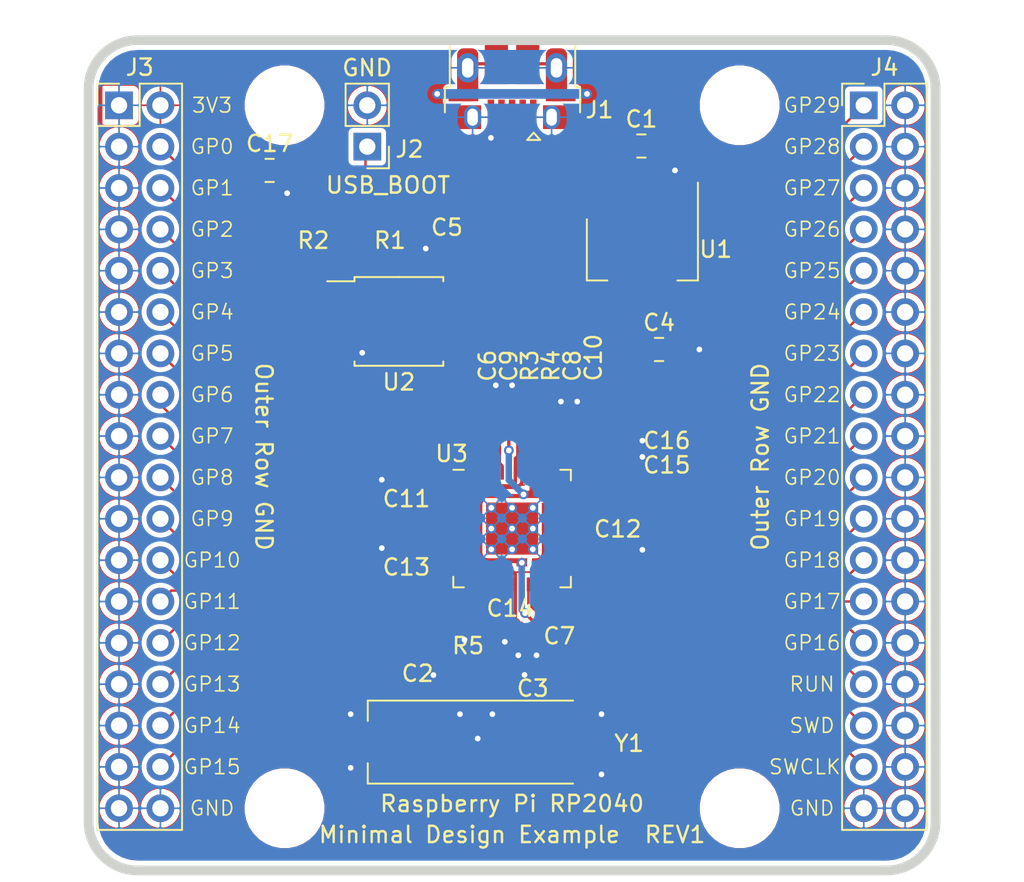
<source format=kicad_pcb>
(kicad_pcb (version 20221018) (generator pcbnew)
  (title_block (title "RP2040 Minimal Design Example") (date "2020-07-13") (rev "REV1") (company "Raspberry Pi (Trading) Ltd"))
  (layers (0 "F.Cu" signal) (31 "B.Cu" signal) (34 "B.Paste" user) (35 "F.Paste" user) (36 "B.SilkS" user "B.Silkscreen") (37 "F.SilkS" user "F.Silkscreen") (38 "B.Mask" user) (39 "F.Mask" user) (44 "Edge.Cuts" user))
  (net 0 "")
  (net 1 "GND")
  (net 2 "VBUS")
  (net 3 "/XIN")
  (net 4 "/XOUT")
  (net 5 "+3V3")
  (net 6 "+1V1")
  (net 7 "Net-(J1-Pad4)")
  (net 8 "/~{USB_BOOT}")
  (net 9 "/GPIO15")
  (net 10 "/GPIO14")
  (net 11 "/GPIO13")
  (net 12 "/GPIO12")
  (net 13 "/GPIO11")
  (net 14 "/GPIO10")
  (net 15 "/GPIO9")
  (net 16 "/GPIO8")
  (net 17 "/GPIO7")
  (net 18 "/GPIO6")
  (net 19 "/GPIO5")
  (net 20 "/GPIO4")
  (net 21 "/GPIO3")
  (net 22 "/GPIO2")
  (net 23 "/GPIO1")
  (net 24 "/GPIO0")
  (net 25 "/GPIO29_ADC3")
  (net 26 "/GPIO28_ADC2")
  (net 27 "/GPIO27_ADC1")
  (net 28 "/GPIO26_ADC0")
  (net 29 "/GPIO25")
  (net 30 "/GPIO24")
  (net 31 "/GPIO23")
  (net 32 "/GPIO22")
  (net 33 "/GPIO21")
  (net 34 "/GPIO20")
  (net 35 "/GPIO19")
  (net 36 "/GPIO18")
  (net 37 "/GPIO17")
  (net 38 "/GPIO16")
  (net 39 "/RUN")
  (net 40 "/SWD")
  (net 41 "/SWCLK")
  (net 42 "/QSPI_SS")
  (net 43 "Net-(R3-Pad2)")
  (net 44 "Net-(R4-Pad2)")
  (net 45 "/QSPI_SD3")
  (net 46 "/QSPI_SCLK")
  (net 47 "/QSPI_SD0")
  (net 48 "/QSPI_SD2")
  (net 49 "/QSPI_SD1")
  (net 50 "/USB_D+")
  (net 51 "/USB_D-")
  (net 52 "Net-(C3-Pad1)")
  (footprint "Capacitor_SMD:C_0805_2012Metric" (layer "F.Cu") (at 109.025 89)
    (fp_text reference "C4")
    (fp_text value "10u")
  )
  (footprint "RP2040_minimal:USB_Micro-B_Amphenol_10103594-0001LF_Horizontal_modified" (layer "F.Cu") (at 100 71.7 180)
    (fp_text reference "J1")
    (fp_text value "USB_B_Micro")
  )
  (footprint "Connector_PinHeader_2.54mm:PinHeader_1x02_P2.54mm_Vertical" (layer "F.Cu") (at 91.11 76.54 180)
    (fp_text reference "J2")
    (fp_text value "Conn_01x02")
  )
  (footprint "Connector_PinHeader_2.54mm:PinHeader_2x18_P2.54mm_Vertical" (layer "F.Cu") (at 75.87 74)
    (fp_text reference "J3")
    (fp_text value "Conn_02x18_Odd_Even")
  )
  (footprint "Capacitor_SMD:C_0402_1005Metric" (layer "F.Cu") (at 104 93.515 90)
    (fp_text reference "C10")
    (fp_text value "1u")
  )
  (footprint "Capacitor_SMD:C_0402_1005Metric" (layer "F.Cu") (at 103 93.515 90)
    (fp_text reference "C8")
    (fp_text value "1u")
  )
  (footprint "Capacitor_SMD:C_0402_1005Metric" (layer "F.Cu") (at 93.515 101.2 180)
    (fp_text reference "C13")
    (fp_text value "100n")
  )
  (footprint "Capacitor_SMD:C_0402_1005Metric" (layer "F.Cu") (at 96.185 82.83 180)
    (fp_text reference "C5")
    (fp_text value "100n")
  )
  (footprint "Capacitor_SMD:C_0402_1005Metric" (layer "F.Cu") (at 89.5 82.315 -90)
    (fp_text reference "R2")
    (fp_text value "DNF")
  )
  (footprint "Connector_PinHeader_2.54mm:PinHeader_2x18_P2.54mm_Vertical" (layer "F.Cu") (at 121.59 74)
    (fp_text reference "J4")
    (fp_text value "Conn_02x18_Odd_Even")
  )
  (footprint "Package_TO_SOT_SMD:SOT-223-3_TabPin2" (layer "F.Cu") (at 108 82.85 -90)
    (fp_text reference "U1")
    (fp_text value "NCP1117-3.3_SOT223")
  )
  (footprint "Package_SO:SOIC-8_5.23x5.23mm_P1.27mm" (layer "F.Cu") (at 93.05 87.275)
    (fp_text reference "U2")
    (fp_text value "W25Q128JVS")
  )
  (footprint "Capacitor_SMD:C_0402_1005Metric" (layer "F.Cu") (at 99.485 109)
    (fp_text reference "C3")
    (fp_text value "27p")
  )
  (footprint "Capacitor_SMD:C_0402_1005Metric" (layer "F.Cu") (at 91 82.315 90)
    (fp_text reference "R1")
    (fp_text value "1k")
  )
  (footprint "Capacitor_SMD:C_0402_1005Metric" (layer "F.Cu") (at 100 92.515 90)
    (fp_text reference "C9")
    (fp_text value "100n")
  )
  (footprint "Capacitor_SMD:C_0402_1005Metric" (layer "F.Cu") (at 106.485 101.2)
    (fp_text reference "C12")
    (fp_text value "100n")
  )
  (footprint "Capacitor_SMD:C_0402_1005Metric" (layer "F.Cu") (at 100.381 106.485 -90)
    (fp_text reference "C14")
    (fp_text value "100n")
  )
  (footprint "Capacitor_SMD:C_0402_1005Metric" (layer "F.Cu") (at 101 93.515 -90)
    (fp_text reference "R3")
    (fp_text value "27")
  )
  (footprint "Capacitor_SMD:C_0402_1005Metric" (layer "F.Cu") (at 101.5 106.485 -90)
    (fp_text reference "C7")
    (fp_text value "100n")
  )
  (footprint "Capacitor_SMD:C_0805_2012Metric" (layer "F.Cu") (at 107.9375 76.5)
    (fp_text reference "C1")
    (fp_text value "10u")
  )
  (footprint "Capacitor_SMD:C_0402_1005Metric" (layer "F.Cu") (at 93.515 97 180)
    (fp_text reference "C11")
    (fp_text value "100n")
  )
  (footprint "Capacitor_SMD:C_0402_1005Metric" (layer "F.Cu") (at 106.485 94.6)
    (fp_text reference "C16")
    (fp_text value "100n")
  )
  (footprint "RP2040_minimal:RP2040-QFN-56" (layer "F.Cu") (at 100 100)
    (fp_text reference "U3")
    (fp_text value "RP2040")
  )
  (footprint "Capacitor_SMD:C_0402_1005Metric" (layer "F.Cu") (at 96.515 109 180)
    (fp_text reference "C2")
    (fp_text value "27p")
  )
  (footprint "MountingHole:MountingHole_2.7mm_M2.5" (layer "F.Cu") (at 113.97 74)
    (fp_text reference "H2" hide)
    (fp_text value "MountingHole")
  )
  (footprint "Capacitor_SMD:C_0402_1005Metric" (layer "F.Cu") (at 102 93.515 -90)
    (fp_text reference "R4")
    (fp_text value "27")
  )
  (footprint "MountingHole:MountingHole_2.7mm_M2.5" (layer "F.Cu") (at 113.97 117.18)
    (fp_text reference "H3" hide)
    (fp_text value "MountingHole")
  )
  (footprint "Capacitor_SMD:C_0402_1005Metric" (layer "F.Cu") (at 99 92.515 90)
    (fp_text reference "C6")
    (fp_text value "100n")
  )
  (footprint "Capacitor_SMD:C_0402_1005Metric" (layer "F.Cu") (at 106.485 96)
    (fp_text reference "C15")
    (fp_text value "100n")
  )
  (footprint "Capacitor_SMD:C_0402_1005Metric" (layer "F.Cu") (at 98.7 107.115 -90)
    (fp_text reference "R5")
    (fp_text value "1k")
  )
  (footprint "MountingHole:MountingHole_2.7mm_M2.5" (layer "F.Cu") (at 86.03 74)
    (fp_text reference "H1" hide)
    (fp_text value "MountingHole")
  )
  (footprint "MountingHole:MountingHole_2.7mm_M2.5" (layer "F.Cu") (at 86.03 117.18)
    (fp_text reference "H4" hide)
    (fp_text value "MountingHole")
  )
  (footprint "RP2040_minimal:Crystal_SMD_HC49-US" (layer "F.Cu") (at 97.841 113.116)
    (fp_text reference "Y1")
    (fp_text value "ABLS-12.000MHZ-B4-T")
  )
  (footprint "Capacitor_SMD:C_0805_2012Metric" (layer "F.Cu") (at 85.115 78)
    (fp_text reference "C17")
    (fp_text value "10u")
  )
  (gr_line (start 123 121) (end 77 121) (stroke (width 0.6)) (layer "Edge.Cuts"))
  (gr_line (start 126 73) (end 126 118) (stroke (width 0.6)) (layer "Edge.Cuts"))
  (gr_line (start 77 70) (end 123 70) (stroke (width 0.6)) (layer "Edge.Cuts"))
  (gr_line (start 74 118) (end 74 73) (stroke (width 0.6)) (layer "Edge.Cuts"))
  (gr_arc (start 123 70) (mid 125.12132 70.87868) (end 126 73) (stroke (width 0.6)) (layer "Edge.Cuts"))
  (gr_arc (start 77 121) (mid 74.87868 120.12132) (end 74 118) (stroke (width 0.6)) (layer "Edge.Cuts"))
  (gr_arc (start 74 73) (mid 74.87868 70.87868) (end 77 70) (stroke (width 0.6)) (layer "Edge.Cuts"))
  (gr_arc (start 126 118) (mid 125.12132 120.12132) (end 123 121) (stroke (width 0.6)) (layer "Edge.Cuts"))
  (gr_text "GP1" (at 81.585 79.08) (layer "F.SilkS") (effects (font (size 0.9 0.9) (thickness 0.1))))
  (gr_text "GP2" (at 81.585 81.62) (layer "F.SilkS") (effects (font (size 0.9 0.9) (thickness 0.1))))
  (gr_text "GP3" (at 81.585 84.16) (layer "F.SilkS") (effects (font (size 0.9 0.9) (thickness 0.1))))
  (gr_text "GP4" (at 81.585 86.7) (layer "F.SilkS") (effects (font (size 0.9 0.9) (thickness 0.1))))
  (gr_text "GP5" (at 81.585 89.24) (layer "F.SilkS") (effects (font (size 0.9 0.9) (thickness 0.1))))
  (gr_text "GP6" (at 81.585 91.78) (layer "F.SilkS") (effects (font (size 0.9 0.9) (thickness 0.1))))
  (gr_text "GP7" (at 81.585 94.32) (layer "F.SilkS") (effects (font (size 0.9 0.9) (thickness 0.1))))
  (gr_text "GP8" (at 81.585 96.86) (layer "F.SilkS") (effects (font (size 0.9 0.9) (thickness 0.1))))
  (gr_text "GP9" (at 81.585 99.4) (layer "F.SilkS") (effects (font (size 0.9 0.9) (thickness 0.1))))
  (gr_text "GP11" (at 81.585 104.48) (layer "F.SilkS") (effects (font (size 0.9 0.9) (thickness 0.1))))
  (gr_text "GP10" (at 81.585 101.94) (layer "F.SilkS") (effects (font (size 0.9 0.9) (thickness 0.1))))
  (gr_text "GP12" (at 81.585 107.02) (layer "F.SilkS") (effects (font (size 0.9 0.9) (thickness 0.1))))
  (gr_text "GP13" (at 81.585 109.56) (layer "F.SilkS") (effects (font (size 0.9 0.9) (thickness 0.1))))
  (gr_text "GP15" (at 81.585 114.64) (layer "F.SilkS") (effects (font (size 0.9 0.9) (thickness 0.1))))
  (gr_text "GP14" (at 81.585 112.1) (layer "F.SilkS") (effects (font (size 0.9 0.9) (thickness 0.1))))
  (gr_text "GP28" (at 118.415 76.54) (layer "F.SilkS") (effects (font (size 0.9 0.9) (thickness 0.1))))
  (gr_text "GP27" (at 118.415 79.08) (layer "F.SilkS") (effects (font (size 0.9 0.9) (thickness 0.1))))
  (gr_text "GP26" (at 118.415 81.62) (layer "F.SilkS") (effects (font (size 0.9 0.9) (thickness 0.1))))
  (gr_text "GP25" (at 118.415 84.16) (layer "F.SilkS") (effects (font (size 0.9 0.9) (thickness 0.1))))
  (gr_text "GP24" (at 118.415 86.7) (layer "F.SilkS") (effects (font (size 0.9 0.9) (thickness 0.1))))
  (gr_text "GP23" (at 118.415 89.24) (layer "F.SilkS") (effects (font (size 0.9 0.9) (thickness 0.1))))
  (gr_text "GP21" (at 118.415 94.32) (layer "F.SilkS") (effects (font (size 0.9 0.9) (thickness 0.1))))
  (gr_text "GP20" (at 118.415 96.86) (layer "F.SilkS") (effects (font (size 0.9 0.9) (thickness 0.1))))
  (gr_text "GP19" (at 118.415 99.4) (layer "F.SilkS") (effects (font (size 0.9 0.9) (thickness 0.1))))
  (gr_text "GP17" (at 118.415 104.48) (layer "F.SilkS") (effects (font (size 0.9 0.9) (thickness 0.1))))
  (gr_text "GP22" (at 118.415 91.78) (layer "F.SilkS") (effects (font (size 0.9 0.9) (thickness 0.1))))
  (gr_text "GP18" (at 118.415 101.94) (layer "F.SilkS") (effects (font (size 0.9 0.9) (thickness 0.1))))
  (gr_text "SWCLK" (at 117.9705 114.64) (layer "F.SilkS") (effects (font (size 0.9 0.9) (thickness 0.1))))
  (gr_text "SWD" (at 118.415 112.1) (layer "F.SilkS") (effects (font (size 0.9 0.9) (thickness 0.1))))
  (gr_text "GP16" (at 118.415 107.02) (layer "F.SilkS") (effects (font (size 0.9 0.9) (thickness 0.1))))
  (gr_text "RUN" (at 118.415 109.56) (layer "F.SilkS") (effects (font (size 0.9 0.9) (thickness 0.1))))
  (gr_text "GND" (at 81.585 117.18) (layer "F.SilkS") (effects (font (size 0.9 0.9) (thickness 0.1))))
  (gr_text "GND" (at 118.415 117.18) (layer "F.SilkS") (effects (font (size 0.9 0.9) (thickness 0.1))))
  (gr_text "GP29" (at 118.415 74) (layer "F.SilkS") (effects (font (size 0.9 0.9) (thickness 0.1))))
  (gr_text "Outer Row GND" (at 84.76 95.59 270) (layer "F.SilkS") (effects (font (size 1 1))))
  (gr_text "Outer Row GND" (at 115.24 95.59 90) (layer "F.SilkS") (effects (font (size 1 1))))
  (gr_text "Raspberry Pi RP2040" (at 100 116.9) (layer "F.SilkS") (effects (font (size 1 1))))
  (gr_text "Minimal Design Example  REV1" (at 100 118.8) (layer "F.SilkS") (effects (font (size 1 1))))
  (gr_text "\nUSB_BOOT" (at 92.38 78.1) (layer "F.SilkS") (effects (font (size 1 1))))
  (gr_text "GP0" (at 81.585 76.54) (layer "F.SilkS") (effects (font (size 0.9 0.9) (thickness 0.1))))
  (gr_text "3V3" (at 81.585 74) (layer "F.SilkS") (effects (font (size 0.9 0.9) (thickness 0.1))))
  (gr_text "GND" (at 91.1 71.7) (layer "F.SilkS") (effects (font (size 1 1))))
  (segment (start 93.03 101.2) (end 92 101.2) (width 0.2) (layer "F.Cu") (net 1))
  (segment (start 97.079 106.5755) (end 97.079 106.8295) (width 0.15) (layer "F.Cu") (net 1))
  (segment (start 108.875 76.5) (end 108.875 76.875) (width 0.2) (layer "F.Cu") (net 1))
  (segment (start 110.3 79.7) (end 110.3 78.3) (width 0.2) (layer "F.Cu") (net 1))
  (segment (start 90.78 89.18) (end 90.8 89.2) (width 0.2) (layer "F.Cu") (net 1))
  (segment (start 108.875 76.875) (end 110 78) (width 0.2) (layer "F.Cu") (net 1))
  (segment (start 95.375 82.8) (end 94.7 82.8) (width 0.2) (layer "F.Cu") (net 1))
  (segment (start 95.7 82.83) (end 95.405 82.83) (width 0.2) (layer "F.Cu") (net 1))
  (segment (start 100.381 107.781984) (end 100.380994 107.78199) (width 0.2) (layer "F.Cu") (net 1))
  (segment (start 100 92.03) (end 100 91.2) (width 0.2) (layer "F.Cu") (net 1))
  (segment (start 99 104.6545) (end 97.079 106.5755) (width 0.15) (layer "F.Cu") (net 1))
  (segment (start 95.405 82.83) (end 95.375 82.8) (width 0.2) (layer "F.Cu") (net 1))
  (segment (start 99.97 108.68) (end 99.5555 108.2655) (width 0.15) (layer "F.Cu") (net 1))
  (segment (start 100.381 106.97) (end 100.381 107.781984) (width 0.2) (layer "F.Cu") (net 1))
  (segment (start 98.7 74.6) (end 98.7 76) (width 0.2) (layer "F.Cu") (net 1))
  (segment (start 99.04 71.45) (end 97.54 71.45) (width 0.2) (layer "F.Cu") (net 1))
  (segment (start 96.03 109) (end 95.174 109) (width 0.2) (layer "F.Cu") (net 1))
  (segment (start 89.45 89.18) (end 90.78 89.18) (width 0.2) (layer "F.Cu") (net 1))
  (segment (start 86.14 78.95) (end 86.19 79) (width 0.15) (layer "F.Cu") (net 1))
  (segment (start 106.97 94.6) (end 108 94.6) (width 0.2) (layer "F.Cu") (net 1))
  (segment (start 100.96 71.45) (end 102.46 71.45) (width 0.2) (layer "F.Cu") (net 1))
  (segment (start 104 93.03) (end 104 92.2) (width 0.2) (layer "F.Cu") (net 1))
  (segment (start 100.7505 109) (end 100.762 108.9885) (width 0.15) (layer "F.Cu") (net 1))
  (segment (start 99 92.03) (end 99 91.200008) (width 0.2) (layer "F.Cu") (net 1))
  (segment (start 93.03 97) (end 92 97) (width 0.2) (layer "F.Cu") (net 1))
  (segment (start 107.6 96) (end 108 95.6) (width 0.15) (layer "F.Cu") (net 1))
  (segment (start 99.97 109) (end 99.97 108.68) (width 0.15) (layer "F.Cu") (net 1))
  (segment (start 96.8 111.65) (end 96.8 110.599974) (width 0.2) (layer "F.Cu") (net 1))
  (segment (start 86.19 79) (end 86.19 79.1) (width 0.15) (layer "F.Cu") (net 1))
  (segment (start 103 93.03) (end 103 92.2) (width 0.2) (layer "F.Cu") (net 1))
  (segment (start 99 103.4375) (end 99 104.6545) (width 0.15) (layer "F.Cu") (net 1))
  (segment (start 97.54 71.45) (end 97.27 71.72) (width 0.2) (layer "F.Cu") (net 1))
  (segment (start 99.5555 108.2655) (end 99.5555 108.0995) (width 0.15) (layer "F.Cu") (net 1))
  (segment (start 106.97 101.2) (end 107.075 101.305) (width 0.2) (layer "F.Cu") (net 1))
  (segment (start 106.97 96) (end 107.6 96) (width 0.15) (layer "F.Cu") (net 1))
  (segment (start 110.05 89) (end 111.5 89) (width 0.2) (layer "F.Cu") (net 1))
  (segment (start 107.075 101.305) (end 108 101.305) (width 0.2) (layer "F.Cu") (net 1))
  (segment (start 86.14 78) (end 86.14 79.25) (width 0.15) (layer "F.Cu") (net 1))
  (segment (start 102.46 71.45) (end 102.73 71.72) (width 0.2) (layer "F.Cu") (net 1))
  (segment (start 110.3 78.3) (end 110 78) (width 0.2) (layer "F.Cu") (net 1))
  (segment (start 99.97 109) (end 100.7505 109) (width 0.15) (layer "F.Cu") (net 1))
  (segment (start 99 113.35) (end 99 114.4) (width 0.2) (layer "F.Cu") (net 1))
  (segment (start 101.5 106.97) (end 101.5 107.782004) (width 0.2) (layer "F.Cu") (net 1))
  (via (at 99.5555 106.9565) (size 0.6) (drill 0.35) (layers "F.Cu" "B.Cu") (net 1))
  (via (at 97.89 112.9) (size 0.6) (drill 0.35) (layers "F.Cu" "B.Cu") (net 1))
  (via (at 98.79 111.4) (size 0.6) (drill 0.35) (layers "F.Cu" "B.Cu") (net 1))
  (via (at 90.09 114.7) (size 0.6) (drill 0.35) (layers "F.Cu" "B.Cu") (net 1))
  (via (at 90.09 111.4) (size 0.6) (drill 0.35) (layers "F.Cu" "B.Cu") (net 1))
  (via (at 105.49 111.4) (size 0.6) (drill 0.35) (layers "F.Cu" "B.Cu") (net 1))
  (via (at 105.49 115.1) (size 0.6) (drill 0.35) (layers "F.Cu" "B.Cu") (net 1))
  (via (at 90.8 89.2) (size 0.6) (drill 0.35) (layers "F.Cu" "B.Cu") (net 1))
  (via (at 108 101.305) (size 0.6) (drill 0.35) (layers "F.Cu" "B.Cu") (net 1))
  (via (at 97.079 106.8295) (size 0.6) (drill 0.35) (layers "F.Cu" "B.Cu") (net 1))
  (via (at 111.5 89) (size 0.6) (drill 0.35) (layers "F.Cu" "B.Cu") (net 1))
  (via (at 86.19 79.4) (size 0.6) (drill 0.35) (layers "F.Cu" "B.Cu") (net 1))
  (via (at 104 92.2) (size 0.6) (drill 0.35) (layers "F.Cu" "B.Cu") (net 1))
  (via (at 92 101.2) (size 0.6) (drill 0.35) (layers "F.Cu" "B.Cu") (net 1))
  (via (at 99 91.200008) (size 0.6) (drill 0.35) (layers "F.Cu" "B.Cu") (net 1))
  (via (at 98.7 76) (size 0.6) (drill 0.35) (layers "F.Cu" "B.Cu") (net 1))
  (via (at 94.7 82.8) (size 0.6) (drill 0.35) (layers "F.Cu" "B.Cu") (net 1))
  (via (at 92 97) (size 0.6) (drill 0.35) (layers "F.Cu" "B.Cu") (net 1))
  (via (at 110 78) (size 0.6) (drill 0.35) (layers "F.Cu" "B.Cu") (net 1))
  (via (at 95.174 109) (size 0.6) (drill 0.35) (layers "F.Cu" "B.Cu") (net 1))
  (via (at 103 92.2) (size 0.6) (drill 0.35) (layers "F.Cu" "B.Cu") (net 1))
  (via (at 108 94.6) (size 0.6) (drill 0.35) (layers "F.Cu" "B.Cu") (net 1))
  (via (at 108 95.6) (size 0.6) (drill 0.35) (layers "F.Cu" "B.Cu") (net 1))
  (via (at 100.380994 107.78199) (size 0.6) (drill 0.35) (layers "F.Cu" "B.Cu") (net 1))
  (via (at 101.5 107.782004) (size 0.6) (drill 0.35) (layers "F.Cu" "B.Cu") (net 1))
  (via (at 100 91.2) (size 0.6) (drill 0.35) (layers "F.Cu" "B.Cu") (net 1))
  (via (at 100.762 108.9885) (size 0.6) (drill 0.35) (layers "F.Cu" "B.Cu") (net 1))
  (via (at 96.8 111.4) (size 0.6) (drill 0.35) (layers "F.Cu" "B.Cu") (net 1))
  (segment (start 104 93) (end 103.8 93) (width 0.2) (layer "B.Cu") (net 1))
  (segment (start 103.8 93) (end 103.299999 92.499999) (width 0.2) (layer "B.Cu") (net 1))
  (segment (start 103.299999 92.499999) (end 103 92.2) (width 0.2) (layer "B.Cu") (net 1))
  (segment (start 101.3 75.5) (end 102.1 76.3) (width 0.4) (layer "F.Cu") (net 2))
  (segment (start 101.3 74.525) (end 101.3 75.5) (width 0.4) (layer "F.Cu") (net 2))
  (segment (start 99.4 103.4375) (end 99.4 104.937861) (width 0.15) (layer "F.Cu") (net 3))
  (segment (start 97.6505 109.6505) (end 97.6505 111.7825) (width 0.15) (layer "F.Cu") (net 3))
  (segment (start 97.8 106.537861) (end 97.8 108.2) (width 0.15) (layer "F.Cu") (net 3))
  (segment (start 97 109) (end 97.6505 109.6505) (width 0.15) (layer "F.Cu") (net 3))
  (segment (start 97.8 108.2) (end 97 109) (width 0.15) (layer "F.Cu") (net 3))
  (segment (start 96.317 113.116) (end 93.341 113.116) (width 0.15) (layer "F.Cu") (net 3))
  (segment (start 99.4 104.937861) (end 97.8 106.537861) (width 0.15) (layer "F.Cu") (net 3))
  (segment (start 97.6505 111.7825) (end 96.317 113.116) (width 0.15) (layer "F.Cu") (net 3))
  (segment (start 99.8 105.1) (end 98.7 106.2) (width 0.15) (layer "F.Cu") (net 4))
  (segment (start 99.8 103.4375) (end 99.8 105.1) (width 0.15) (layer "F.Cu") (net 4))
  (segment (start 98.7 106.2) (end 98.7 106.63) (width 0.15) (layer "F.Cu") (net 4))
  (segment (start 102.2 96.1) (end 103.6 94.7) (width 0.2) (layer "F.Cu") (net 5))
  (segment (start 100.2 96.5625) (end 100.2 97.4) (width 0.2) (layer "F.Cu") (net 5))
  (segment (start 100 93.762534) (end 100.350001 94.112535) (width 0.2) (layer "F.Cu") (net 5))
  (segment (start 108 86) (end 108 89) (width 0.2) (layer "F.Cu") (net 5))
  (segment (start 96.65 85.37) (end 96.65 82.85) (width 0.2) (layer "F.Cu") (net 5))
  (segment (start 100.350001 94.112535) (end 100.350001 95.549999) (width 0.2) (layer "F.Cu") (net 5))
  (segment (start 105.8 101) (end 106 101.2) (width 0.2) (layer "F.Cu") (net 5))
  (segment (start 100.2 102.8) (end 100 102.6) (width 0.2) (layer "F.Cu") (net 5))
  (segment (start 100.6 96.5625) (end 100.6 97.2) (width 0.2) (layer "F.Cu") (net 5))
  (segment (start 94.2 101) (end 94 101.2) (width 0.2) (layer "F.Cu") (net 5))
  (segment (start 100.2 105.5055) (end 100.381 105.6865) (width 0.2) (layer "F.Cu") (net 5))
  (segment (start 103.4375 101) (end 105.8 101) (width 0.2) (layer "F.Cu") (net 5))
  (segment (start 96.5625 101) (end 97.4 101) (width 0.2) (layer "F.Cu") (net 5))
  (segment (start 103.4375 97.4) (end 102.6 97.4) (width 0.2) (layer "F.Cu") (net 5))
  (segment (start 102.2 96.5625) (end 102.2 97.2) (width 0.2) (layer "F.Cu") (net 5))
  (segment (start 100.6 96.5625) (end 100.6 95.799998) (width 0.2) (layer "F.Cu") (net 5))
  (segment (start 100.381 105.6865) (end 100.381 106) (width 0.2) (layer "F.Cu") (net 5))
  (segment (start 100.2 103.4375) (end 100.2 105.5055) (width 0.2) (layer "F.Cu") (net 5))
  (segment (start 100.9525 106.2515) (end 100.9525 108.163) (width 0.15) (layer "F.Cu") (net 5))
  (segment (start 100.2 103.4375) (end 100.2 102.8) (width 0.2) (layer "F.Cu") (net 5))
  (segment (start 100.6 95.799998) (end 100.350001 95.549999) (width 0.2) (layer "F.Cu") (net 5))
  (segment (start 96.65 82.85) (end 96.67 82.83) (width 0.2) (layer "F.Cu") (net 5))
  (segment (start 96.5625 97.4) (end 97.4 97.4) (width 0.2) (layer "F.Cu") (net 5))
  (segment (start 74.7 72.9) (end 74.7 75.2) (width 0.3) (layer "F.Cu") (net 5))
  (segment (start 96.5625 97.4) (end 95.7 97.4) (width 0.2) (layer "F.Cu") (net 5))
  (segment (start 100.6 97.2) (end 100.4 97.4) (width 0.2) (layer "F.Cu") (net 5))
  (segment (start 96.5625 101) (end 94.2 101) (width 0.2) (layer "F.Cu") (net 5))
  (segment (start 100.701 106) (end 100.9525 106.2515) (width 0.15) (layer "F.Cu") (net 5))
  (segment (start 102.2 96.5625) (end 102.2 96.1) (width 0.2) (layer "F.Cu") (net 5))
  (segment (start 100.2 97.4) (end 100.2 97) (width 0.2) (layer "F.Cu") (net 5))
  (segment (start 100.2 95.7) (end 100.2 96.5625) (width 0.2) (layer "F.Cu") (net 5))
  (segment (start 100.350001 95.549999) (end 100.2 95.7) (width 0.2) (layer "F.Cu") (net 5))
  (segment (start 100 93) (end 100 93.762534) (width 0.2) (layer "F.Cu") (net 5))
  (segment (start 100.381 106) (end 100.701 106) (width 0.15) (layer "F.Cu") (net 5))
  (segment (start 102.6 96.5625) (end 102.6 97.4) (width 0.2) (layer "F.Cu") (net 5))
  (segment (start 102.2 97.2) (end 102.4 97.4) (width 0.2) (layer "F.Cu") (net 5))
  (segment (start 101.096505 108.307005) (end 102.141995 108.307005) (width 0.15) (layer "F.Cu") (net 5))
  (segment (start 100.9525 108.163) (end 101.096505 108.307005) (width 0.15) (layer "F.Cu") (net 5))
  (segment (start 103.4375 101) (end 102.6 101) (width 0.2) (layer "F.Cu") (net 5))
  (via (at 95.4 73.3) (size 0.6) (drill 0.35) (layers "F.Cu" "B.Cu") (net 5))
  (via (at 104.6 73.3) (size 0.6) (drill 0.35) (layers "F.Cu" "B.Cu") (net 5))
  (segment (start 104.6 73.3) (end 95.4 73.3) (width 0.6) (layer "B.Cu") (net 5))
  (segment (start 99.8 96.5625) (end 99.8 95.199994) (width 0.2) (layer "F.Cu") (net 6))
  (segment (start 100.4 98) (end 100.5 97.9) (width 0.15) (layer "F.Cu") (net 6))
  (segment (start 101.5 105.9) (end 100.8 105.2) (width 0.2) (layer "F.Cu") (net 6))
  (segment (start 101.8 95.8) (end 103 94.6) (width 0.2) (layer "F.Cu") (net 6))
  (segment (start 100.6 103.4375) (end 100.6 105) (width 0.2) (layer "F.Cu") (net 6))
  (segment (start 99 93) (end 99 93.295) (width 0.2) (layer "F.Cu") (net 6))
  (segment (start 101.8 96.5625) (end 101.8 95.8) (width 0.2) (layer "F.Cu") (net 6))
  (segment (start 103 94.6) (end 103 94) (width 0.2) (layer "F.Cu") (net 6))
  (segment (start 101.8 96.5625) (end 101.8 97.4) (width 0.2) (layer "F.Cu") (net 6))
  (segment (start 99 93.295) (end 99.8 94.095) (width 0.2) (layer "F.Cu") (net 6))
  (segment (start 101.5 106) (end 101.5 105.9) (width 0.2) (layer "F.Cu") (net 6))
  (segment (start 100.6 105) (end 100.8 105.2) (width 0.2) (layer "F.Cu") (net 6))
  (segment (start 99.8 94.77573) (end 99.8 95.199994) (width 0.2) (layer "F.Cu") (net 6))
  (segment (start 99.8 94.095) (end 99.8 94.77573) (width 0.2) (layer "F.Cu") (net 6))
  (segment (start 100.5 97.9) (end 100.7 97.9) (width 0.15) (layer "F.Cu") (net 6))
  (via (at 99.8 95.199994) (size 0.6) (drill 0.35) (layers "F.Cu" "B.Cu") (net 6))
  (via (at 100.7 97.9) (size 0.6) (drill 0.35) (layers "F.Cu" "B.Cu") (net 6))
  (via (at 100.59997 102.1) (size 0.6) (drill 0.35) (layers "F.Cu" "B.Cu") (net 6))
  (via (at 100.8 105.2) (size 0.6) (drill 0.35) (layers "F.Cu" "B.Cu") (net 6))
  (segment (start 100.8 105.2) (end 100.59 104.99) (width 0.4) (layer "B.Cu") (net 6))
  (segment (start 100.59 102.10997) (end 100.59997 102.1) (width 0.4) (layer "B.Cu") (net 6))
  (segment (start 99.8 97.01) (end 100.69 97.9) (width 0.4) (layer "B.Cu") (net 6))
  (segment (start 100.69 97.9) (end 100.7 97.9) (width 0.4) (layer "B.Cu") (net 6))
  (segment (start 100.59 104.99) (end 100.59 102.10997) (width 0.4) (layer "B.Cu") (net 6))
  (segment (start 99.8 95.199994) (end 99.8 97.01) (width 0.4) (layer "B.Cu") (net 6))
  (segment (start 91 76.65) (end 91.11 76.54) (width 0.15) (layer "F.Cu") (net 8))
  (segment (start 91 81.83) (end 91 76.65) (width 0.15) (layer "F.Cu") (net 8))
  (segment (start 86.7 106.35) (end 78.41 114.64) (width 0.15) (layer "F.Cu") (net 9))
  (segment (start 98.6 103.4375) (end 98.6 104.437861) (width 0.15) (layer "F.Cu") (net 9))
  (segment (start 96.687861 106.35) (end 86.7 106.35) (width 0.15) (layer "F.Cu") (net 9))
  (segment (start 98.6 104.437861) (end 96.687861 106.35) (width 0.15) (layer "F.Cu") (net 9))
  (segment (start 98.2 103.4375) (end 98.2 104.19) (width 0.15) (layer "F.Cu") (net 10))
  (segment (start 84.795 105.715) (end 78.41 112.1) (width 0.15) (layer "F.Cu") (net 10))
  (segment (start 98.2 104.19) (end 96.675 105.715) (width 0.15) (layer "F.Cu") (net 10))
  (segment (start 96.675 105.715) (end 84.795 105.715) (width 0.15) (layer "F.Cu") (net 10))
  (segment (start 82.89 105.08) (end 78.41 109.56) (width 0.15) (layer "F.Cu") (net 11))
  (segment (start 97.8 103.875) (end 96.595 105.08) (width 0.15) (layer "F.Cu") (net 11))
  (segment (start 97.8 103.4375) (end 97.8 103.875) (width 0.15) (layer "F.Cu") (net 11))
  (segment (start 96.595 105.08) (end 82.89 105.08) (width 0.15) (layer "F.Cu") (net 11))
  (segment (start 97.4 103.4375) (end 97.3 103.5375) (width 0.15) (layer "F.Cu") (net 12))
  (segment (start 97.3 103.5375) (end 97.0975 103.5375) (width 0.15) (layer "F.Cu") (net 12))
  (segment (start 80.985 104.445) (end 78.41 107.02) (width 0.15) (layer "F.Cu") (net 12))
  (segment (start 96.19 104.445) (end 80.985 104.445) (width 0.15) (layer "F.Cu") (net 12))
  (segment (start 97.0975 103.5375) (end 96.19 104.445) (width 0.15) (layer "F.Cu") (net 12))
  (segment (start 94.92 103.81) (end 79.08 103.81) (width 0.15) (layer "F.Cu") (net 13))
  (segment (start 79.08 103.81) (end 78.41 104.48) (width 0.15) (layer "F.Cu") (net 13))
  (segment (start 96.13 102.6) (end 94.92 103.81) (width 0.15) (layer "F.Cu") (net 13))
  (segment (start 96.5625 102.6) (end 96.13 102.6) (width 0.15) (layer "F.Cu") (net 13))
  (segment (start 95.26 102.2) (end 94.285 103.175) (width 0.15) (layer "F.Cu") (net 14))
  (segment (start 79.645 103.175) (end 78.41 101.94) (width 0.15) (layer "F.Cu") (net 14))
  (segment (start 94.285 103.175) (end 79.645 103.175) (width 0.15) (layer "F.Cu") (net 14))
  (segment (start 96.5625 102.2) (end 95.26 102.2) (width 0.15) (layer "F.Cu") (net 14))
  (segment (start 96.5625 101.8) (end 95.025 101.8) (width 0.15) (layer "F.Cu") (net 15))
  (segment (start 94.285 102.54) (end 81.55 102.54) (width 0.15) (layer "F.Cu") (net 15))
  (segment (start 95.025 101.8) (end 94.285 102.54) (width 0.15) (layer "F.Cu") (net 15))
  (segment (start 81.55 102.54) (end 78.41 99.4) (width 0.15) (layer "F.Cu") (net 15))
  (segment (start 94.285 101.905) (end 83.455 101.905) (width 0.15) (layer "F.Cu") (net 16))
  (segment (start 94.79 101.4) (end 94.285 101.905) (width 0.15) (layer "F.Cu") (net 16))
  (segment (start 96.5625 101.4) (end 94.79 101.4) (width 0.15) (layer "F.Cu") (net 16))
  (segment (start 83.455 101.905) (end 78.41 96.86) (width 0.15) (layer "F.Cu") (net 16))
  (segment (start 84.69 100.6) (end 78.41 94.32) (width 0.15) (layer "F.Cu") (net 17))
  (segment (start 96.5625 100.6) (end 84.69 100.6) (width 0.15) (layer "F.Cu") (net 17))
  (segment (start 78.41 92.38) (end 78.41 91.78) (width 0.15) (layer "F.Cu") (net 18))
  (segment (start 96.5625 100.2) (end 86.23 100.2) (width 0.15) (layer "F.Cu") (net 18))
  (segment (start 86.23 100.2) (end 78.41 92.38) (width 0.15) (layer "F.Cu") (net 18))
  (segment (start 87.1 99.8) (end 79.68 92.38) (width 0.15) (layer "F.Cu") (net 19))
  (segment (start 79.68 92.38) (end 79.68 90.51) (width 0.15) (layer "F.Cu") (net 19))
  (segment (start 96.5625 99.8) (end 87.1 99.8) (width 0.15) (layer "F.Cu") (net 19))
  (segment (start 79.68 90.51) (end 78.41 89.24) (width 0.15) (layer "F.Cu") (net 19))
  (segment (start 96.5625 99.4) (end 87.97 99.4) (width 0.15) (layer "F.Cu") (net 20))
  (segment (start 87.97 99.4) (end 80.95 92.38) (width 0.15) (layer "F.Cu") (net 20))
  (segment (start 80.95 89.24) (end 78.41 86.7) (width 0.15) (layer "F.Cu") (net 20))
  (segment (start 80.95 92.38) (end 80.95 89.24) (width 0.15) (layer "F.Cu") (net 20))
  (segment (start 96.5625 99) (end 88.84 99) (width 0.15) (layer "F.Cu") (net 21))
  (segment (start 82.22 87.9525) (end 78.4275 84.16) (width 0.15) (layer "F.Cu") (net 21))
  (segment (start 88.84 99) (end 82.22 92.38) (width 0.15) (layer "F.Cu") (net 21))
  (segment (start 82.22 92.38) (end 82.22 87.9525) (width 0.15) (layer "F.Cu") (net 21))
  (segment (start 78.4275 84.16) (end 78.41 84.16) (width 0.15) (layer "F.Cu") (net 21))
  (segment (start 83.49 86.6825) (end 78.4275 81.62) (width 0.15) (layer "F.Cu") (net 22))
  (segment (start 89.71 98.6) (end 83.49 92.38) (width 0.15) (layer "F.Cu") (net 22))
  (segment (start 96.5625 98.6) (end 89.71 98.6) (width 0.15) (layer "F.Cu") (net 22))
  (segment (start 83.49 92.38) (end 83.49 86.6825) (width 0.15) (layer "F.Cu") (net 22))
  (segment (start 78.4275 81.62) (end 78.41 81.62) (width 0.15) (layer "F.Cu") (net 22))
  (segment (start 84.76 85.4125) (end 78.4275 79.08) (width 0.15) (layer "F.Cu") (net 23))
  (segment (start 90.58 98.2) (end 84.76 92.38) (width 0.15) (layer "F.Cu") (net 23))
  (segment (start 84.76 92.38) (end 84.76 85.4125) (width 0.15) (layer "F.Cu") (net 23))
  (segment (start 96.5625 98.2) (end 90.58 98.2) (width 0.15) (layer "F.Cu") (net 23))
  (segment (start 78.4275 79.08) (end 78.41 79.08) (width 0.15) (layer "F.Cu") (net 23))
  (segment (start 91.45 97.8) (end 86.03 92.38) (width 0.15) (layer "F.Cu") (net 24))
  (segment (start 86.03 84.16) (end 78.41 76.54) (width 0.15) (layer "F.Cu") (net 24))
  (segment (start 96.5625 97.8) (end 91.45 97.8) (width 0.15) (layer "F.Cu") (net 24))
  (segment (start 86.03 92.38) (end 86.03 84.16) (width 0.15) (layer "F.Cu") (net 24))
  (segment (start 112.065 92.38) (end 112.065 83.51625) (width 0.15) (layer "F.Cu") (net 25))
  (segment (start 121.58125 74) (end 121.59 74) (width 0.15) (layer "F.Cu") (net 25))
  (segment (start 112.065 83.51625) (end 121.58125 74) (width 0.15) (layer "F.Cu") (net 25))
  (segment (start 103.4375 97.8) (end 106.645 97.8) (width 0.15) (layer "F.Cu") (net 25))
  (segment (start 106.645 97.8) (end 112.065 92.38) (width 0.15) (layer "F.Cu") (net 25))
  (segment (start 120.93 77.2) (end 121.59 76.54) (width 0.15) (layer "F.Cu") (net 26))
  (segment (start 113.335 84.795) (end 120.93 77.2) (width 0.15) (layer "F.Cu") (net 26))
  (segment (start 103.4375 98.2) (end 107.515 98.2) (width 0.15) (layer "F.Cu") (net 26))
  (segment (start 107.515 98.2) (end 113.335 92.38) (width 0.15) (layer "F.Cu") (net 26))
  (segment (start 113.335 92.38) (end 113.335 84.795) (width 0.15) (layer "F.Cu") (net 26))
  (segment (start 108.385 98.6) (end 114.605 92.38) (width 0.15) (layer "F.Cu") (net 27))
  (segment (start 120.92 79.75) (end 121.59 79.08) (width 0.15) (layer "F.Cu") (net 27))
  (segment (start 114.605 92.38) (end 114.605 86.065) (width 0.15) (layer "F.Cu") (net 27))
  (segment (start 114.605 86.065) (end 120.92 79.75) (width 0.15) (layer "F.Cu") (net 27))
  (segment (start 103.4375 98.6) (end 108.385 98.6) (width 0.15) (layer "F.Cu") (net 27))
  (segment (start 103.4375 99) (end 109.2725 99) (width 0.15) (layer "F.Cu") (net 28))
  (segment (start 115.875 92.3975) (end 115.875 87.335) (width 0.15) (layer "F.Cu") (net 28))
  (segment (start 109.2725 99) (end 115.875 92.3975) (width 0.15) (layer "F.Cu") (net 28))
  (segment (start 115.875 87.335) (end 120.92 82.29) (width 0.15) (layer "F.Cu") (net 28))
  (segment (start 120.92 82.29) (end 121.59 81.62) (width 0.15) (layer "F.Cu") (net 28))
  (segment (start 120.92 84.83) (end 121.59 84.16) (width 0.15) (layer "F.Cu") (net 29))
  (segment (start 117.145 92.38) (end 117.145 88.605) (width 0.15) (layer "F.Cu") (net 29))
  (segment (start 103.4375 99.4) (end 110.125 99.4) (width 0.15) (layer "F.Cu") (net 29))
  (segment (start 117.145 88.605) (end 120.92 84.83) (width 0.15) (layer "F.Cu") (net 29))
  (segment (start 110.125 99.4) (end 117.145 92.38) (width 0.15) (layer "F.Cu") (net 29))
  (segment (start 103.4375 99.8) (end 110.995 99.8) (width 0.15) (layer "F.Cu") (net 30))
  (segment (start 118.415 92.38) (end 118.415 89.875) (width 0.15) (layer "F.Cu") (net 30))
  (segment (start 110.995 99.8) (end 118.415 92.38) (width 0.15) (layer "F.Cu") (net 30))
  (segment (start 118.415 89.875) (end 120.92 87.37) (width 0.15) (layer "F.Cu") (net 30))
  (segment (start 120.92 87.37) (end 121.59 86.7) (width 0.15) (layer "F.Cu") (net 30))
  (segment (start 111.865 100.2) (end 105.2 100.2) (width 0.15) (layer "F.Cu") (net 31))
  (segment (start 121.59 89.24) (end 119.685 91.145) (width 0.15) (layer "F.Cu") (net 31))
  (segment (start 119.685 92.38) (end 111.865 100.2) (width 0.15) (layer "F.Cu") (net 31))
  (segment (start 119.685 91.145) (end 119.685 92.38) (width 0.15) (layer "F.Cu") (net 31))
  (segment (start 105.2 100.2) (end 103.4375 100.2) (width 0.15) (layer "F.Cu") (net 31))
  (segment (start 120.32 93.05) (end 121.59 91.78) (width 0.15) (layer "F.Cu") (net 32))
  (segment (start 103.4375 100.6) (end 112.77 100.6) (width 0.15) (layer "F.Cu") (net 32))
  (segment (start 112.77 100.6) (end 120.32 93.05) (width 0.15) (layer "F.Cu") (net 32))
  (segment (start 113.97 101.94) (end 120.32 95.59) (width 0.15) (layer "F.Cu") (net 33))
  (segment (start 104.56875 101.4) (end 105.10875 101.94) (width 0.15) (layer "F.Cu") (net 33))
  (segment (start 103.4375 101.4) (end 104.56875 101.4) (width 0.15) (layer "F.Cu") (net 33))
  (segment (start 105.10875 101.94) (end 113.97 101.94) (width 0.15) (layer "F.Cu") (net 33))
  (segment (start 120.32 95.59) (end 121.59 94.32) (width 0.15) (layer "F.Cu") (net 33))
  (segment (start 104.305 101.8) (end 105.08 102.575) (width 0.15) (layer "F.Cu") (net 34))
  (segment (start 103.4375 101.8) (end 104.305 101.8) (width 0.15) (layer "F.Cu") (net 34))
  (segment (start 120.32 98.13) (end 121.59 96.86) (width 0.15) (layer "F.Cu") (net 34))
  (segment (start 105.08 102.575) (end 115.875 102.575) (width 0.15) (layer "F.Cu") (net 34))
  (segment (start 115.875 102.575) (end 120.32 98.13) (width 0.15) (layer "F.Cu") (net 34))
  (segment (start 104.07 102.2) (end 105.08 103.21) (width 0.15) (layer "F.Cu") (net 35))
  (segment (start 103.4375 102.2) (end 104.07 102.2) (width 0.15) (layer "F.Cu") (net 35))
  (segment (start 117.78 103.21) (end 120.32 100.67) (width 0.15) (layer "F.Cu") (net 35))
  (segment (start 105.08 103.21) (end 117.78 103.21) (width 0.15) (layer "F.Cu") (net 35))
  (segment (start 120.32 100.67) (end 121.59 99.4) (width 0.15) (layer "F.Cu") (net 35))
  (segment (start 103.835 102.6) (end 103.4375 102.6) (width 0.15) (layer "F.Cu") (net 36))
  (segment (start 121.59 101.94) (end 119.685 103.845) (width 0.15) (layer "F.Cu") (net 36))
  (segment (start 119.685 103.845) (end 105.08 103.845) (width 0.15) (layer "F.Cu") (net 36))
  (segment (start 105.08 103.845) (end 103.835 102.6) (width 0.15) (layer "F.Cu") (net 36))
  (segment (start 104.385181 104.48) (end 121.59 104.48) (width 0.15) (layer "F.Cu") (net 37))
  (segment (start 103.342681 103.4375) (end 104.385181 104.48) (width 0.15) (layer "F.Cu") (net 37))
  (segment (start 102.6 103.4375) (end 103.342681 103.4375) (width 0.15) (layer "F.Cu") (net 37))
  (segment (start 103.315 105.115) (end 102.2 104) (width 0.15) (layer "F.Cu") (net 38))
  (segment (start 121.59 107.02) (end 119.685 105.115) (width 0.15) (layer "F.Cu") (net 38))
  (segment (start 102.2 104) (end 102.2 103.4375) (width 0.15) (layer "F.Cu") (net 38))
  (segment (start 119.685 105.115) (end 103.315 105.115) (width 0.15) (layer "F.Cu") (net 38))
  (segment (start 101.8 104.2) (end 101.8 103.4375) (width 0.15) (layer "F.Cu") (net 39))
  (segment (start 103.35 105.75) (end 101.8 104.2) (width 0.15) (layer "F.Cu") (net 39))
  (segment (start 121.59 109.56) (end 117.78 105.75) (width 0.15) (layer "F.Cu") (net 39))
  (segment (start 117.78 105.75) (end 103.35 105.75) (width 0.15) (layer "F.Cu") (net 39))
  (segment (start 103.385 106.385) (end 101.4 104.4) (width 0.15) (layer "F.Cu") (net 40))
  (segment (start 101.4 104.4) (end 101.4 103.4375) (width 0.15) (layer "F.Cu") (net 40))
  (segment (start 121.59 112.1) (end 115.875 106.385) (width 0.15) (layer "F.Cu") (net 40))
  (segment (start 115.875 106.385) (end 103.385 106.385) (width 0.15) (layer "F.Cu") (net 40))
  (segment (start 121.59 114.64) (end 113.97 107.02) (width 0.15) (layer "F.Cu") (net 41))
  (segment (start 103.408501 107.02) (end 101 104.611499) (width 0.15) (layer "F.Cu") (net 41))
  (segment (start 113.97 107.02) (end 103.408501 107.02) (width 0.15) (layer "F.Cu") (net 41))
  (segment (start 101 104.611499) (end 101 103.4375) (width 0.15) (layer "F.Cu") (net 41))
  (segment (start 87.5 90.2) (end 88.6 91.3) (width 0.15) (layer "F.Cu") (net 42))
  (segment (start 87.5 86.8) (end 87.5 90.2) (width 0.15) (layer "F.Cu") (net 42))
  (segment (start 97.4 96.4) (end 97.4 96.6) (width 0.15) (layer "F.Cu") (net 42))
  (segment (start 89.45 82.85) (end 89.5 82.8) (width 0.15) (layer "F.Cu") (net 42))
  (segment (start 89.45 85.37) (end 88.93 85.37) (width 0.15) (layer "F.Cu") (net 42))
  (segment (start 88.93 85.37) (end 87.5 86.8) (width 0.15) (layer "F.Cu") (net 42))
  (segment (start 92.3 91.3) (end 97.4 96.4) (width 0.15) (layer "F.Cu") (net 42))
  (segment (start 88.6 91.3) (end 92.3 91.3) (width 0.15) (layer "F.Cu") (net 42))
  (segment (start 97.4 96.6) (end 97.4 96.6275) (width 0.15) (layer "F.Cu") (net 42))
  (segment (start 89.45 85.37) (end 89.45 82.85) (width 0.15) (layer "F.Cu") (net 42))
  (segment (start 89.5 82.8) (end 91 82.8) (width 0.15) (layer "F.Cu") (net 42))
  (segment (start 101 96.5625) (end 101 94) (width 0.2) (layer "F.Cu") (net 43))
  (segment (start 101.4 96.5625) (end 101.4 95.3) (width 0.2) (layer "F.Cu") (net 44))
  (segment (start 101.4 95.3) (end 102 94.7) (width 0.2) (layer "F.Cu") (net 44))
  (segment (start 102 94.7) (end 102 94) (width 0.2) (layer "F.Cu") (net 44))
  (segment (start 99.4 96.5625) (end 99.4 96.125) (width 0.15) (layer "F.Cu") (net 45))
  (segment (start 98.4 87.8) (end 97.24 86.64) (width 0.15) (layer "F.Cu") (net 45))
  (segment (start 97.9 92.9) (end 97.9 91.1) (width 0.15) (layer "F.Cu") (net 45))
  (segment (start 99.251321 95.976321) (end 99.251321 94.251321) (width 0.15) (layer "F.Cu") (net 45))
  (segment (start 99.4 96.125) (end 99.251321 95.976321) (width 0.15) (layer "F.Cu") (net 45))
  (segment (start 99.251321 94.251321) (end 97.9 92.9) (width 0.15) (layer "F.Cu") (net 45))
  (segment (start 97.9 91.1) (end 98.4 90.6) (width 0.15) (layer "F.Cu") (net 45))
  (segment (start 97.24 86.64) (end 96.65 86.64) (width 0.15) (layer "F.Cu") (net 45))
  (segment (start 98.4 90.6) (end 98.4 87.8) (width 0.15) (layer "F.Cu") (net 45))
  (segment (start 98.95131 96.52381) (end 98.95131 94.75131) (width 0.15) (layer "F.Cu") (net 46))
  (segment (start 97.3 90.9) (end 97.8 90.4) (width 0.15) (layer "F.Cu") (net 46))
  (segment (start 97.3 93.1) (end 97.3 90.9) (width 0.15) (layer "F.Cu") (net 46))
  (segment (start 98.95131 94.75131) (end 97.3 93.1) (width 0.15) (layer "F.Cu") (net 46))
  (segment (start 99 96.5725) (end 98.95131 96.52381) (width 0.15) (layer "F.Cu") (net 46))
  (segment (start 97.21 87.91) (end 96.65 87.91) (width 0.15) (layer "F.Cu") (net 46))
  (segment (start 97.8 90.4) (end 97.8 88.5) (width 0.15) (layer "F.Cu") (net 46))
  (segment (start 97.8 88.5) (end 97.21 87.91) (width 0.15) (layer "F.Cu") (net 46))
  (segment (start 98.6 96.5725) (end 98.6 95.2) (width 0.15) (layer "F.Cu") (net 47))
  (segment (start 96.7 93.3) (end 96.7 89.23) (width 0.15) (layer "F.Cu") (net 47))
  (segment (start 96.7 89.23) (end 96.65 89.18) (width 0.15) (layer "F.Cu") (net 47))
  (segment (start 98.6 95.2) (end 96.7 93.3) (width 0.15) (layer "F.Cu") (net 47))
  (segment (start 90.51 87.91) (end 89.45 87.91) (width 0.15) (layer "F.Cu") (net 48))
  (segment (start 98.2 95.6) (end 90.51 87.91) (width 0.15) (layer "F.Cu") (net 48))
  (segment (start 98.2 96.5725) (end 98.2 95.6) (width 0.15) (layer "F.Cu") (net 48))
  (segment (start 88.1 87.5) (end 88.96 86.64) (width 0.15) (layer "F.Cu") (net 49))
  (segment (start 97.8 96.5725) (end 97.8 96) (width 0.15) (layer "F.Cu") (net 49))
  (segment (start 88.1 89.8) (end 88.1 87.5) (width 0.15) (layer "F.Cu") (net 49))
  (segment (start 89 90.7) (end 88.1 89.8) (width 0.15) (layer "F.Cu") (net 49))
  (segment (start 88.96 86.64) (end 89.45 86.64) (width 0.15) (layer "F.Cu") (net 49))
  (segment (start 92.5 90.7) (end 89 90.7) (width 0.15) (layer "F.Cu") (net 49))
  (segment (start 97.8 96) (end 92.5 90.7) (width 0.15) (layer "F.Cu") (net 49))
  (segment (start 99.725 82.596752) (end 99.725 76.4) (width 0.8) (layer "F.Cu") (net 50))
  (segment (start 101.025 93.005) (end 101.025 83.896752) (width 0.8) (layer "F.Cu") (net 50))
  (segment (start 99.725 76.075) (end 99.725 76.4) (width 0.4) (layer "F.Cu") (net 50))
  (segment (start 100 75.8) (end 99.725 76.075) (width 0.4) (layer "F.Cu") (net 50))
  (segment (start 101.025 83.896752) (end 99.725 82.596752) (width 0.8) (layer "F.Cu") (net 50))
  (segment (start 101 93.03) (end 101.025 93.005) (width 0.8) (layer "F.Cu") (net 50))
  (segment (start 100 74.525) (end 100 75.8) (width 0.4) (layer "F.Cu") (net 50))
  (segment (start 100.675 82.203248) (end 100.675 76.4) (width 0.8) (layer "F.Cu") (net 51))
  (segment (start 100.65 74.525) (end 100.65 76.375) (width 0.4) (layer "F.Cu") (net 51))
  (segment (start 100.65 76.375) (end 100.675 76.4) (width 0.4) (layer "F.Cu") (net 51))
  (segment (start 101.975 93.005) (end 101.975 83.503248) (width 0.8) (layer "F.Cu") (net 51))
  (segment (start 101.975 83.503248) (end 100.675 82.203248) (width 0.8) (layer "F.Cu") (net 51))
  (segment (start 102 93.03) (end 101.975 93.005) (width 0.8) (layer "F.Cu") (net 51))
  (segment (start 98.7 108.2) (end 99 108.5) (width 0.15) (layer "F.Cu") (net 52))
  (segment (start 98.7 107.6) (end 98.7 108.2) (width 0.15) (layer "F.Cu") (net 52))
  (segment (start 99 109) (end 98.8025 109) (width 0.15) (layer "F.Cu") (net 52))
  (segment (start 99 108.5) (end 99 109) (width 0.15) (layer "F.Cu") (net 52))
  (segment (start 98.0315 111.7825) (end 99.365 113.116) (width 0.15) (layer "F.Cu") (net 52))
  (segment (start 99.365 113.116) (end 102.341 113.116) (width 0.15) (layer "F.Cu") (net 52))
  (segment (start 98.0315 109.771) (end 98.0315 111.7825) (width 0.15) (layer "F.Cu") (net 52))
  (segment (start 98.8025 109) (end 98.0315 109.771) (width 0.15) (layer "F.Cu") (net 52))
  (zone (net 2) (net_name "VBUS") (layer "F.Cu") (priority 2) (connect_pads (clearance 0.2)) (min_thickness 0.25) (fill yes (thermal_gap 0.508) (thermal_bridge_width 0.508))
    (polygon (pts (xy 108 78) (xy 106.1 78) (xy 106.1 81.6) (xy 101.7 81.6) (xy 101.7 75.8) (xy 104.3 75.8) (xy 104.3 75) (xy 108 75)))
  )
  (zone (net 6) (net_name "+1V1") (layer "F.Cu") (priority 1) (connect_pads yes (clearance 0.15)) (min_thickness 0.15) (fill yes (thermal_gap 0.508) (thermal_bridge_width 0.508))
    (polygon (pts (xy 102 98.2) (xy 98.4 98.2) (xy 98.4 101.6) (xy 101 101.6) (xy 101 102.4) (xy 100.2 102.4) (xy 100.2 102.2) (xy 97.8 102.2) (xy 97.8 97.8) (xy 100.6 97.8) (xy 100.6 97.6) (xy 101 97.6) (xy 101 97.2) (xy 102 97.2)))
  )
  (zone (net 5) (net_name "+3V3") (layer "F.Cu") (connect_pads yes (clearance 0.15)) (min_thickness 0.15) (fill yes (thermal_gap 0.508) (thermal_bridge_width 0.508))
    (polygon (pts (xy 102.8 102.8) (xy 97.2 102.8) (xy 97.2 97.2) (xy 100 97.2) (xy 100.8 97.2) (xy 102.8 97.2)))
  )
  (zone (net 5) (net_name "+3V3") (layer "F.Cu") (connect_pads (clearance 0.25)) (min_thickness 0.2) (fill yes (thermal_gap 0.3) (thermal_bridge_width 0.3))
    (polygon (pts (xy 125.5 120.5) (xy 74.5 120.5) (xy 74.5 70.5) (xy 125.5 70.5)))
    (polygon (pts (xy 120.32 74) (xy 111.43 82.89) (xy 111.43 92.415) (xy 105.715 98.13) (xy 103.81 98.13) (xy 103.81 103.845) (xy 96.19 103.845) (xy 96.19 98.13) (xy 93.015 98.13) (xy 86.665 91.78) (xy 86.665 83.525) (xy 79.68 76.54) (xy 78.41 76.54) (xy 78.41 114.64) (xy 79.68 114.64) (xy 87.3 107.02) (xy 101.905 107.02) (xy 102.54 107.655) (xy 113.335 107.655) (xy 120.32 114.64) (xy 121.59 114.64) (xy 121.59 74)))
    (polygon (pts (xy 98.8 76.2) (xy 98.8 85.2) (xy 88.4 85.2) (xy 87.1 86.4) (xy 87.1 90.4) (xy 88.6 91.8) (xy 92.1 91.8) (xy 97.1 96.8) (xy 101.1 96.8) (xy 101.1 92.2) (xy 102.9 92.2) (xy 102.9 83) (xy 101.7 81.8) (xy 101.7 76.2)))
  )
  (zone (net 1) (net_name "GND") (layer "F.Cu") (priority 1) (connect_pads (clearance 0.25)) (min_thickness 0.254) (fill yes (thermal_gap 0.5) (thermal_bridge_width 0.5))
    (polygon (pts (xy 105.99 108.6) (xy 105.99 116) (xy 89.59 116) (xy 89.59 106.7) (xy 96.69 106.7) (xy 98.79 104.6) (xy 99.99 104.6) (xy 99.99 108.6)))
  )
  (zone (net 1) (net_name "GND") (layer "B.Cu") (connect_pads (clearance 0.2)) (min_thickness 0.2) (fill yes (thermal_gap 0.3) (thermal_bridge_width 0.3))
    (polygon (pts (xy 125.5 120.5) (xy 74.5 120.5) (xy 74.5 70.5) (xy 125.5 70.5)))
  )
)
</source>
